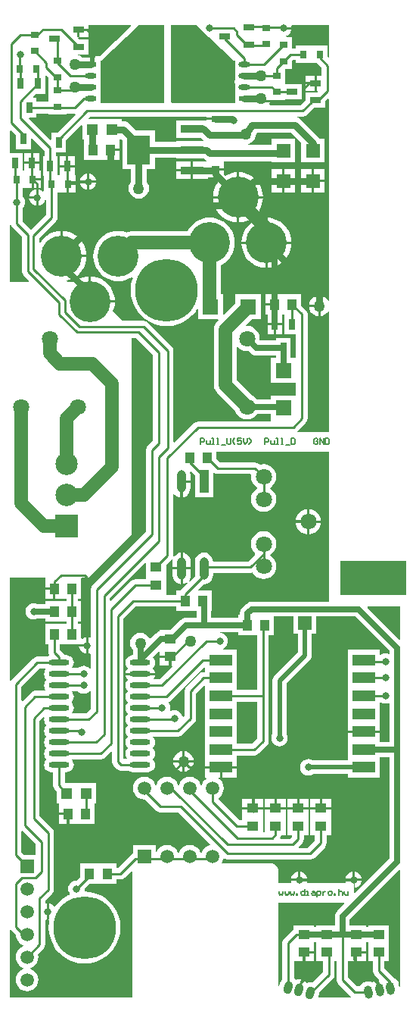
<source format=gtl>
%FSTAX24Y24*%
%MOIN*%
G70*
G01*
G75*
G04 Layer_Physical_Order=1*
G04 Layer_Color=255*
%ADD10O,0.0394X0.0984*%
%ADD11R,0.0394X0.0984*%
%ADD12R,0.0394X0.0512*%
%ADD13R,0.0709X0.0709*%
%ADD14R,0.0472X0.0512*%
%ADD15R,0.1004X0.0374*%
%ADD16R,0.1004X0.1299*%
%ADD17R,0.0512X0.0394*%
%ADD18R,0.0630X0.0630*%
%ADD19R,0.0374X0.0315*%
%ADD20R,0.0984X0.0512*%
%ADD21O,0.0906X0.0236*%
%ADD22R,0.0709X0.0709*%
%ADD23R,0.0256X0.0472*%
%ADD24R,0.1575X0.0866*%
%ADD25R,0.0512X0.0236*%
%ADD26O,0.0512X0.0236*%
%ADD27R,0.0315X0.0374*%
%ADD28R,0.0472X0.0256*%
%ADD29C,0.0100*%
%ADD30C,0.0300*%
%ADD31C,0.0250*%
%ADD32C,0.0600*%
%ADD33C,0.0200*%
%ADD34C,0.0080*%
%ADD35C,0.0060*%
%ADD36C,0.2756*%
%ADD37C,0.0709*%
%ADD38C,0.0984*%
%ADD39R,0.0984X0.0984*%
G04:AMPARAMS|DCode=40|XSize=37.4mil|YSize=57.1mil|CornerRadius=0mil|HoleSize=0mil|Usage=FLASHONLY|Rotation=345.000|XOffset=0mil|YOffset=0mil|HoleType=Round|Shape=Round|*
%AMOVALD40*
21,1,0.0197,0.0374,0.0000,0.0000,75.0*
1,1,0.0374,-0.0025,-0.0095*
1,1,0.0374,0.0025,0.0095*
%
%ADD40OVALD40*%

G04:AMPARAMS|DCode=41|XSize=37.4mil|YSize=57.1mil|CornerRadius=0mil|HoleSize=0mil|Usage=FLASHONLY|Rotation=10.000|XOffset=0mil|YOffset=0mil|HoleType=Round|Shape=Round|*
%AMOVALD41*
21,1,0.0197,0.0374,0.0000,0.0000,100.0*
1,1,0.0374,0.0017,-0.0097*
1,1,0.0374,-0.0017,0.0097*
%
%ADD41OVALD41*%

%ADD42R,0.0591X0.0591*%
%ADD43C,0.0591*%
%ADD44R,0.0591X0.0591*%
%ADD45C,0.1800*%
%ADD46C,0.0320*%
%ADD47C,0.0500*%
G36*
X186727Y14905D02*
X186696Y14901D01*
X186664Y148933D01*
X186653Y14885D01*
X186664Y148767D01*
X186696Y14869D01*
X186747Y148623D01*
Y148577D01*
X186696Y14851D01*
X186664Y148433D01*
X186653Y14835D01*
X186664Y148267D01*
X186696Y14819D01*
X186727Y14815D01*
X186705Y148105D01*
X18625D01*
X186152Y148085D01*
X18607Y14803D01*
X185701Y147662D01*
X185655Y147681D01*
Y148294D01*
X186456Y149095D01*
X186705D01*
X186727Y14905D01*
D02*
G37*
G36*
X193758Y149132D02*
Y149006D01*
Y14893D01*
X193675D01*
X193577Y14891D01*
X193495Y148855D01*
X19292Y14828D01*
X192864Y148198D01*
X192845Y1481D01*
Y147006D01*
X1928Y146961D01*
X192753Y146977D01*
X192751Y146994D01*
X192714Y147082D01*
X192657Y147157D01*
X192582Y147214D01*
X192494Y147251D01*
X1924Y147263D01*
X192306Y147251D01*
X19226Y147232D01*
X192201Y147256D01*
X192213Y14735D01*
X192201Y147444D01*
X192164Y147532D01*
X192132Y147574D01*
X192148Y147615D01*
X19223Y14767D01*
X193712Y149152D01*
X193758Y149132D01*
D02*
G37*
G36*
X195209Y150544D02*
X196045D01*
Y148142D01*
X195143D01*
Y148219D01*
Y149006D01*
Y149918D01*
X194547D01*
X194537Y149967D01*
X194582Y149986D01*
X194657Y150043D01*
X194714Y150118D01*
X194751Y150206D01*
X194763Y1503D01*
X194751Y150394D01*
X194714Y150482D01*
X194657Y150557D01*
X194582Y150614D01*
X194494Y150651D01*
X1944Y150663D01*
X194409Y150672D01*
X195209D01*
Y150544D01*
D02*
G37*
G36*
X188714Y14809D02*
Y147306D01*
X188513Y147105D01*
X187913D01*
X187891Y14715D01*
X187921Y14719D01*
X187953Y147267D01*
X187964Y14735D01*
X187953Y147433D01*
X187921Y14751D01*
X18787Y147577D01*
Y147623D01*
X187921Y14769D01*
X187953Y147767D01*
X187964Y14785D01*
X187953Y147933D01*
X187921Y14801D01*
X18787Y148077D01*
X187876Y148095D01*
X188142D01*
X188143Y148093D01*
X188218Y148036D01*
X188306Y147999D01*
X1884Y147987D01*
X188494Y147999D01*
X188582Y148036D01*
X188657Y148093D01*
X188666Y148106D01*
X188714Y14809D01*
D02*
G37*
G36*
X185422Y172517D02*
Y171936D01*
X186078D01*
Y172396D01*
X186124Y172415D01*
X186671Y171868D01*
Y171614D01*
X186598D01*
Y170741D01*
X186638D01*
Y170089D01*
X186593Y170067D01*
X186532Y170114D01*
X186444Y170151D01*
X1864Y170157D01*
Y1698D01*
Y169443D01*
X186444Y169449D01*
X186532Y169486D01*
X186607Y169543D01*
X186664Y169618D01*
X186692Y169684D01*
X186741Y169675D01*
Y169041D01*
X18608Y16838D01*
X185701Y16876D01*
Y169338D01*
X185707Y169343D01*
X185764Y169418D01*
X185801Y169506D01*
X185813Y1696D01*
X185801Y169694D01*
X185764Y169782D01*
X185707Y169857D01*
X185701Y169862D01*
Y170213D01*
X186104D01*
Y1706D01*
X186154D01*
Y17065D01*
X186512D01*
Y170987D01*
X186452D01*
Y171278D01*
X185796D01*
Y170987D01*
X185704D01*
Y171764D01*
X185155D01*
Y172719D01*
X185201Y172738D01*
X185422Y172517D01*
D02*
G37*
G36*
X186285Y141354D02*
Y140895D01*
X185765D01*
X185655Y141006D01*
Y141919D01*
X185701Y141938D01*
X186285Y141354D01*
D02*
G37*
G36*
X196045Y146006D02*
X19582Y14578D01*
X195143D01*
Y145857D01*
Y146644D01*
Y147431D01*
Y147633D01*
X196045D01*
Y146006D01*
D02*
G37*
G36*
X201872Y149864D02*
Y149763D01*
X201831Y149736D01*
X201794Y149751D01*
X2017Y149763D01*
X201606Y149751D01*
X201518Y149714D01*
X201487Y14969D01*
X201442Y149712D01*
Y149918D01*
X200057D01*
Y149006D01*
Y148219D01*
Y147431D01*
Y146644D01*
Y146363D01*
X201442D01*
Y146644D01*
Y147431D01*
Y147588D01*
X201487Y14761D01*
X201518Y147586D01*
X201606Y147549D01*
X2017Y147537D01*
X201794Y147549D01*
X201831Y147564D01*
X201872Y147537D01*
Y145853D01*
X201442D01*
Y145857D01*
Y146263D01*
X200057D01*
Y145857D01*
Y145069D01*
Y145053D01*
X198507D01*
X198492Y145064D01*
X198404Y145101D01*
X19831Y145113D01*
X198216Y145101D01*
X198128Y145064D01*
X198053Y145007D01*
X197996Y144932D01*
X197959Y144844D01*
X197947Y14475D01*
X197959Y144656D01*
X197996Y144568D01*
X198053Y144493D01*
X198128Y144436D01*
X198216Y144399D01*
X19831Y144387D01*
X198404Y144399D01*
X198492Y144436D01*
X198507Y144447D01*
X200057D01*
Y144282D01*
X201442D01*
Y145069D01*
Y145197D01*
X201872D01*
Y140736D01*
X200361Y139225D01*
X200315Y139244D01*
Y139439D01*
X200315Y139439D01*
Y139646D01*
X20025D01*
Y13975D01*
X199943D01*
X199949Y139706D01*
X199957Y139688D01*
X199929Y139646D01*
X198271D01*
X198243Y139688D01*
X198251Y139706D01*
X198257Y13975D01*
X197543D01*
X197549Y139706D01*
X197557Y139688D01*
X197529Y139646D01*
X196966D01*
Y140256D01*
X196947Y140353D01*
X196891Y140436D01*
X196809Y140491D01*
X196711Y14051D01*
X194519D01*
X194496Y140555D01*
X19451Y140573D01*
X19456Y140693D01*
X194562Y140713D01*
X194608Y140734D01*
X194645Y140709D01*
X194743Y14069D01*
X198384D01*
X198482Y140709D01*
X198564Y140764D01*
X198564Y140764D01*
X198564Y140764D01*
X19903Y14123D01*
X199086Y141313D01*
X199105Y14141D01*
X199105Y14141D01*
X199105Y14141D01*
Y14141D01*
Y141759D01*
X199306D01*
Y142547D01*
Y142894D01*
X198394D01*
Y142547D01*
Y141759D01*
X198595D01*
Y141516D01*
X198279Y141199D01*
X197884D01*
X197865Y141246D01*
X19803Y141411D01*
X198085Y141494D01*
X198105Y141591D01*
X198105Y141591D01*
X198105Y141591D01*
Y141591D01*
Y141759D01*
X198306D01*
Y142547D01*
Y142894D01*
X197394D01*
Y142547D01*
Y141759D01*
X197595D01*
Y141697D01*
X197491Y141593D01*
X197084D01*
X19706Y141637D01*
X197085Y141675D01*
X197088Y14169D01*
X197102Y141759D01*
X197306D01*
Y142547D01*
Y142894D01*
X196394D01*
Y142547D01*
Y141888D01*
X196306D01*
Y142547D01*
Y142894D01*
X195394D01*
Y142547D01*
Y142411D01*
X195258D01*
X194332Y143337D01*
Y143394D01*
X19443Y143469D01*
X19451Y143573D01*
X19456Y143693D01*
X194577Y143822D01*
X19456Y143952D01*
X19451Y144072D01*
X19443Y144176D01*
X194327Y144255D01*
X194332Y144282D01*
X1944D01*
Y144688D01*
X193758D01*
Y144282D01*
X193785D01*
X193801Y144235D01*
X193724Y144176D01*
X193645Y144072D01*
X193602Y14397D01*
X193552D01*
X19351Y144072D01*
X19343Y144176D01*
X193327Y144255D01*
X193206Y144305D01*
X193077Y144322D01*
X192948Y144305D01*
X192827Y144255D01*
X192724Y144176D01*
X192645Y144072D01*
X192602Y14397D01*
X192552D01*
X19251Y144072D01*
X19243Y144176D01*
X192327Y144255D01*
X192206Y144305D01*
X192077Y144322D01*
X191948Y144305D01*
X191827Y144255D01*
X191724Y144176D01*
X191645Y144072D01*
X191602Y14397D01*
X191552D01*
X19151Y144072D01*
X19143Y144176D01*
X191327Y144255D01*
X191206Y144305D01*
X191077Y144322D01*
X190948Y144305D01*
X190827Y144255D01*
X190724Y144176D01*
X190645Y144072D01*
X190595Y143952D01*
X190578Y143822D01*
X190595Y143693D01*
X190645Y143573D01*
X190724Y143469D01*
X190827Y14339D01*
X190948Y14334D01*
X191077Y143323D01*
X191113Y143328D01*
X19161Y142831D01*
X191692Y142776D01*
X19179Y142757D01*
X19257D01*
X193973Y141354D01*
X193957Y141306D01*
X193948Y141305D01*
X193827Y141255D01*
X193724Y141176D01*
X193645Y141072D01*
X193606Y140979D01*
X193548D01*
X19351Y141072D01*
X19343Y141176D01*
X193327Y141255D01*
X193206Y141305D01*
X193077Y141322D01*
X192948Y141305D01*
X192827Y141255D01*
X192724Y141176D01*
X192645Y141072D01*
X192606Y140979D01*
X192548D01*
X19251Y141072D01*
X19243Y141176D01*
X192327Y141255D01*
X192206Y141305D01*
X192077Y141322D01*
X191948Y141305D01*
X191827Y141255D01*
X191724Y141176D01*
X191645Y141072D01*
X191621Y141017D01*
X191572Y141026D01*
Y141318D01*
X190582D01*
Y140957D01*
X190503Y140904D01*
X189914Y140315D01*
X189831D01*
Y140516D01*
X188249D01*
Y13993D01*
X188082Y139763D01*
X18808Y139763D01*
X187986Y139751D01*
X187898Y139714D01*
X187823Y139657D01*
X187766Y139582D01*
X187729Y139494D01*
X187717Y1394D01*
X187729Y139306D01*
X187766Y139218D01*
X187796Y139179D01*
X187783Y139131D01*
X187725Y139107D01*
X187513Y138977D01*
X187324Y138816D01*
X187163Y138627D01*
X187158Y138619D01*
X187108Y138616D01*
X187077Y138657D01*
X187002Y138714D01*
X186914Y138751D01*
X18687Y138757D01*
Y1384D01*
Y138043D01*
X186861Y138042D01*
X186895Y138005D01*
X18688Y137944D01*
X18686Y137696D01*
X18688Y137449D01*
X186938Y137207D01*
X187033Y136978D01*
X187163Y136766D01*
X187324Y136577D01*
X187513Y136416D01*
X187725Y136286D01*
X187954Y136191D01*
X188196Y136133D01*
X188443Y136114D01*
X188691Y136133D01*
X188932Y136191D01*
X189162Y136286D01*
X189374Y136416D01*
X189563Y136577D01*
X189724Y136766D01*
X189854Y136978D01*
X189949Y137207D01*
X190007Y137449D01*
X190026Y137696D01*
X190007Y137944D01*
X189949Y138186D01*
X189854Y138415D01*
X189724Y138627D01*
X189563Y138816D01*
X189374Y138977D01*
X189162Y139107D01*
X188932Y139202D01*
X188691Y13926D01*
X188443Y139279D01*
X188428Y1393D01*
X188431Y139306D01*
X188443Y1394D01*
X188443Y139402D01*
X188645Y139604D01*
X189831D01*
Y139805D01*
X190019D01*
X190117Y139825D01*
X1902Y13988D01*
X190504Y140184D01*
X190551Y140165D01*
Y134605D01*
X185155D01*
Y137573D01*
X185203Y137588D01*
X185224Y137555D01*
X185404Y137376D01*
X185417Y137271D01*
X185467Y13715D01*
X185547Y137047D01*
X18565Y136967D01*
X185753Y136925D01*
Y136875D01*
X18565Y136833D01*
X185547Y136753D01*
X185467Y13665D01*
X185417Y136529D01*
X1854Y1364D01*
X185417Y136271D01*
X185467Y13615D01*
X185547Y136047D01*
X18565Y135967D01*
X185753Y135925D01*
Y135875D01*
X18565Y135833D01*
X185547Y135753D01*
X185467Y13565D01*
X185417Y135529D01*
X1854Y1354D01*
X185417Y135271D01*
X185467Y13515D01*
X185547Y135047D01*
X18565Y134967D01*
X185771Y134917D01*
X1859Y1349D01*
X186029Y134917D01*
X18615Y134967D01*
X186253Y135047D01*
X186333Y13515D01*
X186383Y135271D01*
X1864Y1354D01*
X186383Y135529D01*
X186333Y13565D01*
X186253Y135753D01*
X18615Y135833D01*
X186047Y135875D01*
Y135925D01*
X18615Y135967D01*
X186253Y136047D01*
X186333Y13615D01*
X186383Y136271D01*
X1864Y1364D01*
X186383Y136523D01*
X18664Y13678D01*
X186695Y136862D01*
X186715Y13696D01*
Y138013D01*
X186752Y138046D01*
X18677Y138043D01*
Y1384D01*
Y138757D01*
X186752Y138754D01*
X186715Y138787D01*
Y138894D01*
X18701Y13919D01*
X187066Y139272D01*
X187085Y13937D01*
Y14187D01*
X187066Y141968D01*
X18701Y14205D01*
X186455Y142606D01*
Y146794D01*
X186623Y146963D01*
X186665Y146935D01*
X186664Y146933D01*
X186653Y14685D01*
X186664Y146767D01*
X186696Y14669D01*
X186747Y146623D01*
Y146577D01*
X186696Y14651D01*
X186664Y146433D01*
X186653Y14635D01*
X186664Y146267D01*
X186696Y14619D01*
X186747Y146123D01*
Y146077D01*
X186696Y14601D01*
X186664Y145933D01*
X186653Y14585D01*
X186664Y145767D01*
X186696Y14569D01*
X186747Y145623D01*
Y145577D01*
X186696Y14551D01*
X186664Y145433D01*
X186653Y14535D01*
X186664Y145267D01*
X186696Y14519D01*
X186747Y145123D01*
Y145077D01*
X186696Y14501D01*
X186664Y144933D01*
X186653Y14485D01*
X186664Y144767D01*
X186696Y14469D01*
X186747Y144623D01*
X186814Y144572D01*
X186891Y14454D01*
X186974Y144529D01*
X187054D01*
Y143952D01*
X187073Y143854D01*
X187128Y143772D01*
X187224Y143676D01*
Y143144D01*
X187309D01*
Y14275D01*
X187706D01*
Y1427D01*
X187756D01*
Y142244D01*
X188891D01*
Y143144D01*
X188963D01*
Y144056D01*
X187565D01*
X187564Y144058D01*
Y144529D01*
X187643D01*
X187726Y14454D01*
X187804Y144572D01*
X18787Y144623D01*
X187921Y14469D01*
X187953Y144767D01*
X187964Y14485D01*
X187953Y144933D01*
X187921Y14501D01*
X18787Y145077D01*
X187876Y145095D01*
X18915D01*
X189248Y145115D01*
X18933Y14517D01*
X18933Y14517D01*
X18933Y14517D01*
X189599Y145438D01*
X189645Y145419D01*
Y145D01*
X189645Y145D01*
X189645D01*
X189664Y144902D01*
X18972Y14482D01*
X18987Y14467D01*
X189952Y144615D01*
X19005Y144595D01*
X190366D01*
X190396Y144572D01*
X190474Y14454D01*
X190557Y144529D01*
X191226D01*
X191309Y14454D01*
X191386Y144572D01*
X191453Y144623D01*
X191504Y14469D01*
X191536Y144767D01*
X191547Y14485D01*
X191536Y144933D01*
X191504Y14501D01*
X191453Y145077D01*
Y145123D01*
X191504Y14519D01*
X191536Y145267D01*
X191547Y14535D01*
X191536Y145433D01*
X191504Y14551D01*
X191453Y145577D01*
Y145623D01*
X191504Y14569D01*
X191536Y145767D01*
X191547Y14585D01*
X191536Y145933D01*
X191504Y14601D01*
X191453Y146077D01*
X191459Y146095D01*
X19255D01*
X192648Y146115D01*
X19273Y14617D01*
X19328Y14672D01*
X193335Y146802D01*
X193355Y1469D01*
Y147994D01*
X193712Y148352D01*
X193758Y148332D01*
Y148219D01*
Y147431D01*
Y146644D01*
Y145857D01*
Y145069D01*
Y144788D01*
X195143D01*
Y145069D01*
Y14527D01*
X195925D01*
X196023Y14529D01*
X196105Y145345D01*
X196105Y145345D01*
X196105Y145345D01*
X19648Y14572D01*
X196535Y145802D01*
X196555Y1459D01*
X196555Y1459D01*
X196555Y1459D01*
Y1459D01*
Y150544D01*
X196791D01*
Y151372D01*
X197645D01*
Y150605D01*
X197837D01*
Y149795D01*
X196816Y148774D01*
X196768Y148711D01*
X196759Y14869D01*
X196738Y148638D01*
X196727Y14856D01*
Y146227D01*
X196716Y146212D01*
X196679Y146124D01*
X196667Y14603D01*
X196679Y145936D01*
X196716Y145848D01*
X196773Y145773D01*
X196848Y145716D01*
X196936Y145679D01*
X19703Y145667D01*
X197124Y145679D01*
X197212Y145716D01*
X197287Y145773D01*
X197344Y145848D01*
X197381Y145936D01*
X197393Y14603D01*
X197381Y146124D01*
X197344Y146212D01*
X197333Y146227D01*
Y148435D01*
X198354Y149456D01*
X198402Y149519D01*
X198432Y149592D01*
X198443Y14967D01*
X198443Y14967D01*
X198443Y14967D01*
Y14967D01*
Y150605D01*
X198635D01*
Y151372D01*
X200364D01*
X201872Y149864D01*
D02*
G37*
G36*
X18521Y168557D02*
X185265Y168474D01*
X185685Y168054D01*
Y16656D01*
X185685Y16656D01*
X185685D01*
X185704Y166462D01*
X18576Y16638D01*
X185993Y166146D01*
X185974Y1661D01*
X185155D01*
Y16858D01*
X185205Y168585D01*
X18521Y168557D01*
D02*
G37*
G36*
X195205Y163205D02*
X19532Y163116D01*
X195455Y16306D01*
X1956Y163041D01*
X195684Y163052D01*
X195791Y162946D01*
X195859Y162894D01*
X195938Y162861D01*
X196022Y16285D01*
X196872D01*
Y162754D01*
X196646D01*
Y161646D01*
X197754D01*
D01*
X197754D01*
X197755Y161645D01*
Y161101D01*
X197754D01*
Y161101D01*
X196646D01*
Y160928D01*
X196047D01*
X195995Y160995D01*
X19588Y161084D01*
X195793Y16112D01*
X195139Y161774D01*
Y163212D01*
X195187Y163228D01*
X195205Y163205D01*
D02*
G37*
G36*
X191134Y153708D02*
Y153157D01*
Y153021D01*
X190666D01*
X190569Y153002D01*
X190486Y152947D01*
X189601Y152062D01*
X189555Y152081D01*
Y152194D01*
X191088Y153727D01*
X191134Y153708D01*
D02*
G37*
G36*
X202617Y152321D02*
X199722D01*
Y153248D01*
X199722Y153248D01*
X199722Y153248D01*
Y153248D01*
Y153835D01*
X202617D01*
Y152321D01*
D02*
G37*
G36*
X199212Y153248D02*
X199212Y153248D01*
X199212D01*
Y152067D01*
D01*
X199212Y152067D01*
X199212Y152066D01*
X19918Y152028D01*
X1958D01*
X195715Y152017D01*
X195659Y151993D01*
X195636Y151984D01*
X195607Y151961D01*
X195568Y151932D01*
X195375Y151738D01*
X195322Y15167D01*
X195306Y151631D01*
X19529Y151591D01*
X195284Y151549D01*
X195278Y151506D01*
Y151456D01*
X195209D01*
Y151328D01*
X194028D01*
Y151611D01*
X194057D01*
Y152522D01*
X193459D01*
X19344Y152569D01*
X19367Y152799D01*
X193702Y152795D01*
X193806Y152809D01*
X193902Y152849D01*
X193985Y152912D01*
X194049Y152995D01*
X194089Y153092D01*
X194102Y153195D01*
Y153288D01*
X195763D01*
X195846Y153305D01*
X195847Y153302D01*
X195936Y153186D01*
X196052Y153097D01*
X196187Y153041D01*
X196332Y153022D01*
X196476Y153041D01*
X196611Y153097D01*
X196727Y153186D01*
X196816Y153302D01*
X196872Y153437D01*
X196891Y153581D01*
X196872Y153726D01*
X196816Y153861D01*
X196727Y153977D01*
X196611Y154066D01*
Y154082D01*
X196727Y15417D01*
X196816Y154286D01*
X196872Y154421D01*
X196891Y154566D01*
X196872Y15471D01*
X196816Y154845D01*
X196727Y154961D01*
X196611Y15505D01*
X196476Y155106D01*
X196332Y155125D01*
X196187Y155106D01*
X196052Y15505D01*
X195936Y154961D01*
X195847Y154845D01*
X195791Y15471D01*
X195772Y154566D01*
X195791Y154421D01*
X195847Y154286D01*
X195936Y15417D01*
X195959Y154153D01*
X195962Y154103D01*
X195657Y153798D01*
X194101D01*
X194089Y153889D01*
X194049Y153986D01*
X193985Y154069D01*
X193902Y154132D01*
X193806Y154172D01*
X193702Y154186D01*
X193598Y154172D01*
X193502Y154132D01*
X193419Y154069D01*
X193355Y153986D01*
X193315Y153889D01*
X193302Y153786D01*
Y153195D01*
X193307Y153157D01*
X193068Y152918D01*
X19303Y152951D01*
X193064Y152995D01*
X193104Y153092D01*
X193118Y153195D01*
Y153441D01*
X192768D01*
Y152802D01*
X192821Y152809D01*
X192918Y152849D01*
X192962Y152883D01*
X192995Y152845D01*
X192692Y152542D01*
X192679Y152522D01*
X192476D01*
Y152321D01*
X192046D01*
Y152369D01*
X192046D01*
Y153157D01*
Y153649D01*
X19227Y153873D01*
X192282Y153891D01*
X192329Y153874D01*
X192317Y153786D01*
Y153541D01*
X192668D01*
Y15418D01*
X192614Y154172D01*
X192518Y154132D01*
X192435Y154069D01*
X192385Y154004D01*
X192339Y154024D01*
X192345Y154054D01*
Y156745D01*
X192392Y156761D01*
X192415Y156731D01*
X192498Y156668D01*
X192594Y156628D01*
X192648Y15662D01*
Y15731D01*
X192698D01*
Y157359D01*
X193098D01*
Y157605D01*
X193085Y157708D01*
X193074Y157735D01*
X193115Y157762D01*
X193305Y157573D01*
Y156617D01*
X194099D01*
Y157696D01*
X194143Y157719D01*
X194225Y157665D01*
X194322Y157645D01*
X195751D01*
X195784Y157608D01*
X195772Y157519D01*
X195791Y157374D01*
X195847Y157239D01*
X195936Y157123D01*
X19603Y157051D01*
Y157001D01*
X195936Y15693D01*
X195847Y156814D01*
X195791Y156679D01*
X195772Y156534D01*
X195791Y15639D01*
X195847Y156255D01*
X195936Y156139D01*
X196052Y15605D01*
X196187Y155994D01*
X196332Y155975D01*
X196476Y155994D01*
X196611Y15605D01*
X196727Y156139D01*
X196816Y156255D01*
X196872Y15639D01*
X196891Y156534D01*
X196872Y156679D01*
X196816Y156814D01*
X196727Y15693D01*
X196611Y157018D01*
Y157034D01*
X196727Y157123D01*
X196816Y157239D01*
X196872Y157374D01*
X196891Y157519D01*
X196872Y157663D01*
X196816Y157798D01*
X196727Y157914D01*
X196611Y158003D01*
X196476Y158059D01*
X196332Y158078D01*
X196187Y158059D01*
X196162Y158048D01*
X19613Y15808D01*
X196048Y158135D01*
X19595Y158155D01*
X194428D01*
X194254Y158329D01*
Y158635D01*
X199212D01*
Y153248D01*
D02*
G37*
G36*
X192476Y151611D02*
X193372D01*
Y151328D01*
X1929D01*
X192858Y151322D01*
X192815Y151317D01*
X192776Y1513D01*
X192736Y151284D01*
X192698Y151254D01*
X192668Y151232D01*
X192227Y150791D01*
X191744D01*
Y15072D01*
X191715Y150717D01*
X191636Y150684D01*
X191598Y150654D01*
X191568Y150632D01*
X191345Y150409D01*
X191296Y150419D01*
X191293Y150427D01*
X191221Y150521D01*
X191127Y150593D01*
X191017Y150638D01*
X1909Y150654D01*
X190783Y150638D01*
X190673Y150593D01*
X190579Y150521D01*
X190507Y150427D01*
X190462Y150317D01*
X190446Y1502D01*
X190462Y150083D01*
X190507Y149973D01*
X190572Y149888D01*
Y149671D01*
X190557D01*
X190474Y14966D01*
X190396Y149628D01*
X19033Y149577D01*
X190279Y14951D01*
X190247Y149433D01*
X190236Y14935D01*
X190247Y149267D01*
X190279Y14919D01*
X19033Y149123D01*
Y149077D01*
X190279Y14901D01*
X190247Y148933D01*
X190242Y1489D01*
X19154D01*
X191536Y148933D01*
X191504Y14901D01*
X191453Y149077D01*
Y149123D01*
X191504Y14919D01*
X191536Y149267D01*
X191547Y14935D01*
X191536Y149433D01*
X191504Y14951D01*
X191453Y149577D01*
X191452Y149589D01*
X191698Y149834D01*
X191744Y149815D01*
Y149656D01*
X1922D01*
Y149606D01*
X19225D01*
Y149209D01*
X192284D01*
X192303Y149163D01*
X191744Y148605D01*
X191495D01*
X191473Y14865D01*
X191504Y14869D01*
X191536Y148767D01*
X19154Y1488D01*
X190242D01*
X190247Y148767D01*
X190279Y14869D01*
X19033Y148623D01*
Y148577D01*
X190279Y14851D01*
X190247Y148433D01*
X190236Y14835D01*
X190247Y148267D01*
X190279Y14819D01*
X19033Y148123D01*
Y148077D01*
X190279Y14801D01*
X190247Y147933D01*
X190236Y14785D01*
X190247Y147767D01*
X190279Y14769D01*
X19033Y147623D01*
Y147577D01*
X190279Y14751D01*
X190247Y147433D01*
X190236Y14735D01*
X190247Y147267D01*
X190279Y14719D01*
X19033Y147123D01*
Y147077D01*
X190279Y14701D01*
X190247Y146933D01*
X190236Y14685D01*
X190247Y146767D01*
X190279Y14669D01*
X19033Y146623D01*
Y146577D01*
X190279Y14651D01*
X190247Y146433D01*
X190236Y14635D01*
X190247Y146267D01*
X190279Y14619D01*
X19033Y146123D01*
Y146077D01*
X190279Y14601D01*
X190247Y145933D01*
X190236Y14585D01*
X190247Y145767D01*
X190279Y14569D01*
X19033Y145623D01*
Y145577D01*
X190279Y14551D01*
X190247Y145433D01*
X190236Y14535D01*
X190247Y145267D01*
X190279Y14519D01*
X190309Y14515D01*
X190287Y145105D01*
X190156D01*
X190155Y145106D01*
Y151294D01*
X190672Y151812D01*
X192476D01*
Y151611D01*
D02*
G37*
G36*
X202362Y150367D02*
X202315Y150348D01*
X200898Y151765D01*
X200917Y151812D01*
X202362D01*
Y150367D01*
D02*
G37*
G36*
X186709Y153056D02*
X186709D01*
Y15265D01*
X187106D01*
Y1526D01*
X187156D01*
Y152144D01*
X187639D01*
Y152056D01*
X186709D01*
Y151928D01*
X186349D01*
X186294Y151951D01*
X1862Y151963D01*
X186106Y151951D01*
X186018Y151914D01*
X185943Y151857D01*
X185886Y151782D01*
X185849Y151694D01*
X185837Y1516D01*
X185849Y151506D01*
X185886Y151418D01*
X185943Y151343D01*
X186018Y151286D01*
X186106Y151249D01*
X1862Y151237D01*
X186294Y151249D01*
X186349Y151272D01*
X186709D01*
Y151144D01*
X187639D01*
Y151056D01*
X186709D01*
Y150144D01*
X186851D01*
Y149794D01*
X186851Y149794D01*
X186851D01*
X186871Y149696D01*
X186872Y149694D01*
X186858Y149646D01*
X186814Y149628D01*
X186784Y149605D01*
X18635D01*
X186252Y149585D01*
X18617Y14953D01*
X18522Y14858D01*
X185203Y148555D01*
X185155Y148569D01*
Y1531D01*
X186709D01*
Y153056D01*
D02*
G37*
G36*
X191445Y162884D02*
Y159106D01*
X19122Y15888D01*
X191164Y158798D01*
X191145Y1587D01*
Y155106D01*
X188788Y152749D01*
X188733Y152666D01*
X188714Y152569D01*
Y150467D01*
X188672Y150439D01*
X188644Y150451D01*
X1886Y150457D01*
Y1501D01*
Y149743D01*
X188644Y149749D01*
X188672Y149761D01*
X188714Y149733D01*
Y14911D01*
X188666Y149094D01*
X188657Y149107D01*
X188582Y149164D01*
X188494Y149201D01*
X1884Y149213D01*
X188306Y149201D01*
X188218Y149164D01*
X188143Y149107D01*
X188142Y149105D01*
X187913D01*
X187891Y14915D01*
X187921Y14919D01*
X187953Y149267D01*
X187964Y14935D01*
X187953Y149433D01*
X187921Y14951D01*
X18787Y149577D01*
X187804Y149628D01*
X187726Y14966D01*
X187643Y149671D01*
X187548D01*
X187544Y149689D01*
X187489Y149772D01*
X187361Y149899D01*
Y150144D01*
X188155D01*
X188188Y150107D01*
X188193Y150144D01*
X188291D01*
Y15015D01*
X1885D01*
Y150457D01*
X188456Y150451D01*
X188368Y150414D01*
X188335Y150389D01*
X188291Y150411D01*
Y151056D01*
X188149D01*
Y151144D01*
X188291D01*
Y152056D01*
X188149D01*
Y152144D01*
X188291D01*
Y153056D01*
X188291D01*
Y153065D01*
X188326Y1531D01*
X1886D01*
X1905Y155D01*
Y16362D01*
X19071D01*
X191445Y162884D01*
D02*
G37*
G36*
X199883Y138747D02*
X199568Y138432D01*
X199516Y138364D01*
X1995Y138324D01*
X199483Y138285D01*
X199478Y138242D01*
X199472Y1382D01*
Y137791D01*
X198644D01*
Y137722D01*
X198556D01*
Y137791D01*
X197644D01*
Y137594D01*
X197613Y137574D01*
X197229Y137189D01*
X197174Y137107D01*
X197154Y137009D01*
Y135432D01*
X197097Y135357D01*
X197058Y135263D01*
X197015Y135106D01*
X196966Y135112D01*
Y138793D01*
X199864D01*
X199883Y138747D01*
D02*
G37*
G36*
X197738Y175713D02*
X198677D01*
X198895Y175494D01*
Y175152D01*
X198672D01*
Y174824D01*
Y174496D01*
X19872D01*
X198739Y17445D01*
X198693Y174404D01*
X198186D01*
Y174097D01*
X197956Y173867D01*
X196606D01*
X196584Y173912D01*
X196593Y173923D01*
X196638Y174033D01*
X196646Y174088D01*
X197287D01*
Y174122D01*
X198014D01*
Y174778D01*
X197287D01*
Y174797D01*
Y175438D01*
X197587D01*
Y175822D01*
X19761Y175845D01*
X197738D01*
Y175713D01*
D02*
G37*
G36*
X19505Y1758D02*
Y17395D01*
X1923D01*
X19225Y174D01*
Y1774D01*
X19335D01*
X19505Y1758D01*
D02*
G37*
G36*
X19195Y174D02*
X1919Y17395D01*
X18915D01*
Y1758D01*
X19085Y1774D01*
X19195D01*
Y174D01*
D02*
G37*
G36*
X193813Y173304D02*
X1942D01*
Y173204D01*
X193813D01*
Y173193D01*
X192469D01*
Y172418D01*
X193582D01*
X193668Y172333D01*
X193648Y172287D01*
X192469D01*
Y172253D01*
X191531D01*
Y17275D01*
X1907D01*
X1904Y17305D01*
X190327Y173106D01*
X190241Y173141D01*
X19015Y173153D01*
X190076D01*
Y173256D01*
X188632D01*
X188613Y173302D01*
X188667Y173357D01*
X193813D01*
Y173304D01*
D02*
G37*
G36*
X198644Y136997D02*
Y136209D01*
X198945D01*
Y135738D01*
X198488Y135282D01*
X198401Y135293D01*
X1983Y13528D01*
X198236Y135254D01*
X198194Y135308D01*
X198113Y135371D01*
X198065Y13539D01*
X19794Y134924D01*
X197844Y13495D01*
X197969Y135416D01*
X197918Y135423D01*
X197817Y13541D01*
X197753Y135383D01*
X197711Y135438D01*
X197664Y135474D01*
Y136209D01*
X19805D01*
Y136606D01*
X1981D01*
Y136656D01*
X198556D01*
Y136997D01*
Y137066D01*
X198644D01*
Y136997D01*
D02*
G37*
G36*
X188045Y173455D02*
X187248Y172659D01*
X186972D01*
Y172354D01*
X186926Y172335D01*
X185982Y173279D01*
X186001Y173325D01*
X186326D01*
Y173495D01*
X186863D01*
Y173438D01*
X187637D01*
Y173495D01*
X188D01*
X188021Y173499D01*
X188045Y173455D01*
D02*
G37*
G36*
X199212Y174136D02*
Y165284D01*
X199165Y165268D01*
X199101Y165351D01*
X199007Y165423D01*
X198897Y165468D01*
X19883Y165477D01*
Y16503D01*
Y164583D01*
X198897Y164592D01*
X199007Y164637D01*
X199101Y164709D01*
X199165Y164792D01*
X199212Y164776D01*
Y159486D01*
X197842D01*
X197823Y159532D01*
X19819Y1599D01*
X198246Y159982D01*
X198265Y16008D01*
Y164677D01*
X198246Y164775D01*
X19819Y164858D01*
X197991Y165057D01*
Y165556D01*
X196856D01*
Y1651D01*
X196806D01*
Y16505D01*
X196409D01*
Y164644D01*
X196498D01*
Y164272D01*
X197154D01*
Y164644D01*
X197246D01*
Y163786D01*
X197755D01*
Y162754D01*
X197754D01*
Y162754D01*
X197528D01*
Y163614D01*
X196872D01*
Y163505D01*
X196185D01*
X196152Y163543D01*
X196159Y1636D01*
X19614Y163745D01*
X196084Y16388D01*
X195995Y163995D01*
X19588Y164084D01*
X195745Y16414D01*
X1956Y164159D01*
X19558Y164157D01*
X195558Y164201D01*
X195802Y164446D01*
X196198D01*
Y165554D01*
X195089D01*
Y165159D01*
X194591Y16466D01*
X194544Y164679D01*
Y165554D01*
X194459D01*
Y166833D01*
X194604Y166922D01*
X194735Y167034D01*
X194848Y167166D01*
X194938Y167314D01*
X195005Y167474D01*
X195045Y167642D01*
X195059Y167815D01*
X195045Y167987D01*
X195005Y168156D01*
X194938Y168316D01*
X194848Y168463D01*
X194735Y168595D01*
X194604Y168707D01*
X194456Y168798D01*
X194296Y168864D01*
X194128Y168904D01*
X193955Y168918D01*
X193783Y168904D01*
X193614Y168864D01*
X193454Y168798D01*
X193307Y168707D01*
X193175Y168595D01*
X193062Y168463D01*
X192974Y168319D01*
X190517D01*
X190386Y168302D01*
X190351Y168287D01*
X190293Y168263D01*
X190268Y168274D01*
X190099Y168314D01*
X189927Y168328D01*
X189754Y168314D01*
X189586Y168274D01*
X189426Y168208D01*
X189278Y168117D01*
X189146Y168005D01*
X189034Y167873D01*
X188943Y167725D01*
X188877Y167565D01*
X188837Y167397D01*
X188823Y167224D01*
X188837Y167052D01*
X188877Y166883D01*
X188943Y166723D01*
X189034Y166576D01*
X189146Y166444D01*
X189278Y166332D01*
X189426Y166241D01*
X189586Y166175D01*
X189754Y166135D01*
X189927Y166121D01*
X190099Y166135D01*
X190268Y166175D01*
X190427Y166241D01*
X190528Y166303D01*
X190566Y16627D01*
X190545Y166219D01*
X190487Y165978D01*
X190467Y16573D01*
X190487Y165482D01*
X190545Y165241D01*
X19064Y165011D01*
X190769Y1648D01*
X190931Y164611D01*
X19112Y164449D01*
X191331Y16432D01*
X191561Y164225D01*
X191802Y164167D01*
X19205Y164147D01*
X192298Y164167D01*
X192539Y164225D01*
X192769Y16432D01*
X19298Y164449D01*
X193169Y164611D01*
X193331Y1648D01*
X193388Y164893D01*
X193436Y164879D01*
Y164446D01*
X194311D01*
X19433Y164399D01*
X194278Y164348D01*
X194198Y164244D01*
X194148Y164122D01*
X194131Y163991D01*
Y161565D01*
X194131Y161565D01*
X194131D01*
X194148Y161434D01*
X194198Y161313D01*
X194278Y161208D01*
X19508Y160407D01*
X195116Y16032D01*
X195205Y160205D01*
X19532Y160116D01*
X195455Y16006D01*
X1956Y160041D01*
X195745Y16006D01*
X19588Y160116D01*
X195995Y160205D01*
X196047Y160272D01*
X196646D01*
Y159992D01*
X196646D01*
Y15999D01*
X19661Y159955D01*
X19343D01*
X193332Y159935D01*
X19325Y15988D01*
X192401Y159032D01*
X192355Y159051D01*
Y16306D01*
X192335Y163158D01*
X19228Y16324D01*
X191216Y164305D01*
X191133Y16436D01*
X191036Y164379D01*
X190121D01*
X189694Y164806D01*
X189726Y164883D01*
X189766Y165052D01*
X189776Y165174D01*
X189326D01*
X189226Y165274D01*
X189776D01*
X189766Y165397D01*
X189726Y165565D01*
X18966Y165725D01*
X189569Y165873D01*
X189457Y166005D01*
X189325Y166117D01*
X189177Y166208D01*
X189018Y166274D01*
X188849Y166314D01*
X188727Y166324D01*
Y165773D01*
X188627Y165873D01*
Y166324D01*
X188504Y166314D01*
X188336Y166274D01*
X188176Y166208D01*
X188028Y166117D01*
X188008Y1661D01*
X187668D01*
X187662Y16615D01*
X187768Y166175D01*
X187927Y166241D01*
X188075Y166332D01*
X188207Y166444D01*
X188319Y166576D01*
X18841Y166723D01*
X188476Y166883D01*
X188516Y167052D01*
X188526Y167174D01*
X187426D01*
Y167224D01*
X187377D01*
Y168324D01*
X187254Y168314D01*
X187086Y168274D01*
X186926Y168208D01*
X186778Y168117D01*
X186646Y168005D01*
X186534Y167873D01*
X186493Y167806D01*
X186445Y16782D01*
Y168024D01*
X187176Y168755D01*
X187231Y168838D01*
X187251Y168936D01*
X187251Y168936D01*
X187251Y168936D01*
Y168936D01*
Y170013D01*
X187654D01*
Y1704D01*
X187704D01*
Y17045D01*
X188062D01*
Y170787D01*
X188002D01*
Y171128D01*
X187346D01*
Y170787D01*
X187254D01*
Y171614D01*
X187181D01*
Y171786D01*
X187628D01*
Y172317D01*
X188291Y17298D01*
X188337Y172961D01*
Y172344D01*
X188409D01*
Y171444D01*
X189544D01*
Y1719D01*
X189594D01*
Y17195D01*
X189991D01*
Y172344D01*
X190076D01*
X190076Y172344D01*
Y172344D01*
X190085Y172348D01*
X190127Y17232D01*
Y17105D01*
X190476D01*
Y170479D01*
X190436Y170427D01*
X19039Y170317D01*
X190375Y1702D01*
X19039Y170083D01*
X190436Y169973D01*
X190508Y169879D01*
X190602Y169807D01*
X190711Y169762D01*
X190829Y169746D01*
X190946Y169762D01*
X191056Y169807D01*
X19115Y169879D01*
X191222Y169973D01*
X191267Y170083D01*
X191283Y1702D01*
X191267Y170317D01*
X191222Y170427D01*
X191182Y170479D01*
Y17105D01*
X191531D01*
Y171547D01*
X192469D01*
Y171513D01*
X193688D01*
X193696Y171505D01*
X193769Y171449D01*
X193813Y171431D01*
X193803Y171381D01*
X193221D01*
Y170994D01*
Y170607D01*
X193873D01*
Y170688D01*
X19415D01*
Y171046D01*
X1942D01*
Y171096D01*
X194587D01*
Y171397D01*
Y171401D01*
X196685D01*
Y171354D01*
X197715D01*
Y172384D01*
X196685D01*
Y172107D01*
X195638D01*
X195635Y172157D01*
X195667Y172162D01*
X195777Y172207D01*
X195871Y172279D01*
X195943Y172373D01*
X195988Y172483D01*
X196004Y1726D01*
X196003Y172609D01*
X196036Y172647D01*
X197554D01*
X197985Y172216D01*
Y171354D01*
X199015D01*
Y172384D01*
X1988D01*
X19875Y17245D01*
X19795Y17325D01*
X197877Y173306D01*
X197791Y173341D01*
X1977Y173353D01*
X197704Y173357D01*
X198062D01*
X198159Y173376D01*
X198242Y173432D01*
X198242Y173432D01*
X198242Y173432D01*
X198559Y173748D01*
X199059D01*
Y174048D01*
X199166Y174155D01*
X199212Y174136D01*
D02*
G37*
G36*
X186863Y175062D02*
Y174738D01*
Y174147D01*
Y174005D01*
X186326D01*
Y174197D01*
X186189D01*
X18617Y174244D01*
X186296Y17437D01*
X1867D01*
Y17516D01*
X186746Y175179D01*
X186863Y175062D01*
D02*
G37*
G36*
X199545Y1354D02*
X199564Y135302D01*
X19962Y13522D01*
X200169Y13467D01*
X200169D01*
X200169Y13467D01*
X200169Y13467D01*
Y13467D01*
X200196Y134653D01*
X200181Y134605D01*
X198766D01*
X198735Y134645D01*
X198778Y134802D01*
X198785Y134857D01*
X19938Y135453D01*
X199436Y135535D01*
X199455Y135633D01*
Y136209D01*
X199545D01*
Y1354D01*
D02*
G37*
G36*
X199212Y175964D02*
X199203Y17596D01*
X199162Y175988D01*
Y176487D01*
X197738D01*
Y176355D01*
X197587D01*
Y176862D01*
X197332D01*
X197322Y176911D01*
X197382Y176936D01*
X197457Y176993D01*
X197514Y177068D01*
X197551Y177156D01*
X197557Y1772D01*
X1972D01*
Y1773D01*
X197557D01*
X197551Y177344D01*
X197547Y177354D01*
X197575Y177395D01*
X199212D01*
Y175964D01*
D02*
G37*
G36*
X190498Y177349D02*
X1891Y176033D01*
X188913D01*
Y175968D01*
X188766D01*
Y17565D01*
X188666D01*
Y175968D01*
X188323D01*
X188321Y175971D01*
X188227Y176043D01*
X188117Y176088D01*
Y176088D01*
X188118Y176098D01*
X188609D01*
Y176754D01*
X188205D01*
X188159Y1768D01*
X188178Y176846D01*
X188122D01*
Y177174D01*
X188172D01*
Y177224D01*
X188609D01*
Y177395D01*
X190479D01*
X190498Y177349D01*
D02*
G37*
G36*
X202362Y140233D02*
Y135099D01*
X202312Y135094D01*
X202295Y135189D01*
X202265Y135286D01*
X20221Y135372D01*
X202135Y135441D01*
X202103Y135457D01*
X201655Y135906D01*
Y136209D01*
X201856D01*
Y136997D01*
Y137791D01*
X200944D01*
Y137722D01*
X200856D01*
Y137791D01*
X200128D01*
Y138064D01*
X202315Y140252D01*
X202362Y140233D01*
D02*
G37*
G36*
X200944Y136997D02*
Y136209D01*
X201145D01*
Y1358D01*
X201145Y1358D01*
X201145D01*
X201164Y135702D01*
X20122Y13562D01*
X201374Y135466D01*
X201356Y135419D01*
X201401Y135421D01*
X201485Y134946D01*
X201386Y134929D01*
X201302Y135404D01*
X201253Y135388D01*
X201167Y135333D01*
X201121Y135282D01*
X201059Y135314D01*
X20096Y135336D01*
X200858Y135332D01*
X200761Y135301D01*
X200675Y135247D01*
X200606Y135171D01*
X200572Y135105D01*
X200455D01*
X200055Y135506D01*
Y136209D01*
X20035D01*
Y136606D01*
X2004D01*
Y136656D01*
X200856D01*
Y136997D01*
Y137066D01*
X200944D01*
Y136997D01*
D02*
G37*
%LPC*%
G36*
X192668Y153441D02*
X192317D01*
Y153195D01*
X192331Y153092D01*
X192371Y152995D01*
X192435Y152912D01*
X192518Y152849D01*
X192614Y152809D01*
X192668Y152802D01*
Y153441D01*
D02*
G37*
G36*
X198556Y136556D02*
X19815D01*
Y136209D01*
X198556D01*
Y136556D01*
D02*
G37*
G36*
X192768Y15418D02*
Y153541D01*
X193118D01*
Y153786D01*
X193104Y153889D01*
X193064Y153986D01*
X193001Y154069D01*
X192918Y154132D01*
X192821Y154172D01*
X192768Y15418D01*
D02*
G37*
G36*
X187056Y15255D02*
X186709D01*
Y152144D01*
X187056D01*
Y15255D01*
D02*
G37*
G36*
X1885Y15005D02*
X188193D01*
X188199Y150006D01*
X188236Y149918D01*
X188293Y149843D01*
X188368Y149786D01*
X188456Y149749D01*
X1885Y149743D01*
Y15005D01*
D02*
G37*
G36*
X19215Y149556D02*
X191744D01*
Y149209D01*
X19215D01*
Y149556D01*
D02*
G37*
G36*
X200856Y136556D02*
X20045D01*
Y136209D01*
X200856D01*
Y136556D01*
D02*
G37*
G36*
X1958Y143341D02*
X195394D01*
Y142994D01*
X1958D01*
Y143341D01*
D02*
G37*
G36*
X187656Y14265D02*
X187309D01*
Y142244D01*
X187656D01*
Y14265D01*
D02*
G37*
G36*
X1968Y143341D02*
X196394D01*
Y142994D01*
X1968D01*
Y143341D01*
D02*
G37*
G36*
X196306D02*
X1959D01*
Y142994D01*
X196306D01*
Y143341D01*
D02*
G37*
G36*
X200657Y13975D02*
X20035D01*
Y139443D01*
X200394Y139449D01*
X200482Y139486D01*
X200557Y139543D01*
X200614Y139618D01*
X200651Y139706D01*
X200657Y13975D01*
D02*
G37*
G36*
X19795Y140157D02*
Y13985D01*
X198257D01*
X198251Y139894D01*
X198214Y139982D01*
X198157Y140057D01*
X198082Y140114D01*
X197994Y140151D01*
X19795Y140157D01*
D02*
G37*
G36*
X19785D02*
X197806Y140151D01*
X197718Y140114D01*
X197643Y140057D01*
X197586Y139982D01*
X197549Y139894D01*
X197543Y13985D01*
X19785D01*
Y140157D01*
D02*
G37*
G36*
X20035D02*
Y13985D01*
X200657D01*
X200651Y139894D01*
X200614Y139982D01*
X200557Y140057D01*
X200482Y140114D01*
X200394Y140151D01*
X20035Y140157D01*
D02*
G37*
G36*
X20025D02*
X200206Y140151D01*
X200118Y140114D01*
X200043Y140057D01*
X199986Y139982D01*
X199949Y139894D01*
X199943Y13985D01*
X20025D01*
Y140157D01*
D02*
G37*
G36*
X197306Y143341D02*
X1969D01*
Y142994D01*
X197306D01*
Y143341D01*
D02*
G37*
G36*
X193247Y14495D02*
X19285D01*
Y144553D01*
X192917Y144562D01*
X193027Y144607D01*
X193121Y144679D01*
X193193Y144773D01*
X193238Y144883D01*
X193247Y14495D01*
D02*
G37*
G36*
X19275D02*
X192353D01*
X192362Y144883D01*
X192407Y144773D01*
X192479Y144679D01*
X192573Y144607D01*
X192683Y144562D01*
X19275Y144553D01*
Y14495D01*
D02*
G37*
G36*
X19285Y145447D02*
Y14505D01*
X193247D01*
X193238Y145117D01*
X193193Y145227D01*
X193121Y145321D01*
X193027Y145393D01*
X192917Y145438D01*
X19285Y145447D01*
D02*
G37*
G36*
X19275D02*
X192683Y145438D01*
X192573Y145393D01*
X192479Y145321D01*
X192407Y145227D01*
X192362Y145117D01*
X192353Y14505D01*
X19275D01*
Y145447D01*
D02*
G37*
G36*
X195143Y144688D02*
X1945D01*
Y144282D01*
X195143D01*
Y144688D01*
D02*
G37*
G36*
X198306Y143341D02*
X1979D01*
Y142994D01*
X198306D01*
Y143341D01*
D02*
G37*
G36*
X1978D02*
X197394D01*
Y142994D01*
X1978D01*
Y143341D01*
D02*
G37*
G36*
X199306D02*
X1989D01*
Y142994D01*
X199306D01*
Y143341D01*
D02*
G37*
G36*
X1988D02*
X198394D01*
Y142994D01*
X1988D01*
Y143341D01*
D02*
G37*
G36*
X19825Y1555D02*
X197747D01*
X19776Y155405D01*
X197816Y15527D01*
X197905Y155155D01*
X19802Y155066D01*
X198155Y15501D01*
X19825Y154997D01*
Y1555D01*
D02*
G37*
G36*
X18865Y170857D02*
Y17055D01*
X188957D01*
X188951Y170594D01*
X188914Y170682D01*
X188857Y170757D01*
X188782Y170814D01*
X188694Y170851D01*
X18865Y170857D01*
D02*
G37*
G36*
X18855D02*
X188506Y170851D01*
X188418Y170814D01*
X188343Y170757D01*
X188286Y170682D01*
X188249Y170594D01*
X188243Y17055D01*
X18855D01*
Y170857D01*
D02*
G37*
G36*
X19845Y171046D02*
X197985D01*
Y170581D01*
X19845D01*
Y171046D01*
D02*
G37*
G36*
X19715Y171046D02*
X196685D01*
Y170581D01*
X19715D01*
Y171046D01*
D02*
G37*
G36*
X199015Y171046D02*
X19855D01*
Y170581D01*
X199015D01*
Y171046D01*
D02*
G37*
G36*
X186512Y17055D02*
X186204D01*
Y170213D01*
X186347D01*
X18635Y170163D01*
X18635D01*
X18635D01*
Y170178D01*
X186385Y170213D01*
X186512D01*
Y17055D01*
D02*
G37*
G36*
X19715Y170481D02*
X196685D01*
Y170016D01*
X19715D01*
Y170481D01*
D02*
G37*
G36*
X199015Y170481D02*
X19855D01*
Y170016D01*
X199015D01*
Y170481D01*
D02*
G37*
G36*
X197715Y170481D02*
X19725D01*
Y170016D01*
X197715D01*
Y170481D01*
D02*
G37*
G36*
X188957Y17045D02*
X18865D01*
Y170143D01*
X188694Y170149D01*
X188782Y170186D01*
X188857Y170243D01*
X188914Y170318D01*
X188951Y170406D01*
X188957Y17045D01*
D02*
G37*
G36*
X18855D02*
X188243D01*
X188249Y170406D01*
X188286Y170318D01*
X188343Y170243D01*
X188418Y170186D01*
X188506Y170149D01*
X18855Y170143D01*
Y17045D01*
D02*
G37*
G36*
X189991Y17185D02*
X189644D01*
Y171444D01*
X189991D01*
Y17185D01*
D02*
G37*
G36*
X186452Y171764D02*
X186174D01*
Y171378D01*
X186452D01*
Y171764D01*
D02*
G37*
G36*
X198572Y174774D02*
X198186D01*
Y174496D01*
X198572D01*
Y174774D01*
D02*
G37*
G36*
X188609Y177124D02*
X188222D01*
Y176846D01*
X188609D01*
Y177124D01*
D02*
G37*
G36*
X198572Y175152D02*
X198186D01*
Y174874D01*
X198572D01*
Y175152D01*
D02*
G37*
G36*
X186074Y171764D02*
X185796D01*
Y171378D01*
X186074D01*
Y171764D01*
D02*
G37*
G36*
X193121Y170944D02*
X192469D01*
Y170607D01*
X193121D01*
Y170944D01*
D02*
G37*
G36*
X197715Y171046D02*
X19725D01*
Y170581D01*
X197715D01*
Y171046D01*
D02*
G37*
G36*
X193121Y171381D02*
X192469D01*
Y171044D01*
X193121D01*
Y171381D01*
D02*
G37*
G36*
X188002Y171614D02*
X187724D01*
Y171228D01*
X188002D01*
Y171614D01*
D02*
G37*
G36*
X187624D02*
X187346D01*
Y171228D01*
X187624D01*
Y171614D01*
D02*
G37*
G36*
X19873Y165477D02*
X198663Y165468D01*
X198553Y165423D01*
X198459Y165351D01*
X198387Y165257D01*
X198342Y165147D01*
X198333Y16508D01*
X19873D01*
Y165477D01*
D02*
G37*
G36*
Y16498D02*
X198333D01*
X198342Y164913D01*
X198387Y164803D01*
X198459Y164709D01*
X198553Y164637D01*
X198663Y164592D01*
X19873Y164583D01*
Y16498D01*
D02*
G37*
G36*
X196756Y165556D02*
X196409D01*
Y16515D01*
X196756D01*
Y165556D01*
D02*
G37*
G36*
X197555Y167765D02*
X196505D01*
Y166715D01*
X196628Y166725D01*
X196796Y166765D01*
X196956Y166831D01*
X197104Y166922D01*
X197235Y167034D01*
X197348Y167166D01*
X197438Y167314D01*
X197505Y167474D01*
X197545Y167642D01*
X197555Y167765D01*
D02*
G37*
G36*
X196405D02*
X195356D01*
X195365Y167642D01*
X195406Y167474D01*
X195472Y167314D01*
X195562Y167166D01*
X195675Y167034D01*
X195807Y166922D01*
X195954Y166831D01*
X196114Y166765D01*
X196283Y166725D01*
X196405Y166715D01*
Y167765D01*
D02*
G37*
G36*
X197154Y164172D02*
X196876D01*
Y163786D01*
X197154D01*
Y164172D01*
D02*
G37*
G36*
X19825Y156103D02*
X198155Y15609D01*
X19802Y156034D01*
X197905Y155945D01*
X197816Y15583D01*
X19776Y155695D01*
X197747Y1556D01*
X19825D01*
Y156103D01*
D02*
G37*
G36*
X198853Y1555D02*
X19835D01*
Y154997D01*
X198445Y15501D01*
X19858Y155066D01*
X198695Y155155D01*
X198784Y15527D01*
X19884Y155405D01*
X198853Y1555D01*
D02*
G37*
G36*
X19835Y156103D02*
Y1556D01*
X198853D01*
X19884Y155695D01*
X198784Y15583D01*
X198695Y155945D01*
X19858Y156034D01*
X198445Y15609D01*
X19835Y156103D01*
D02*
G37*
G36*
X196776Y164172D02*
X196498D01*
Y163786D01*
X196776D01*
Y164172D01*
D02*
G37*
G36*
X193098Y157259D02*
X192748D01*
Y15662D01*
X192802Y156628D01*
X192898Y156668D01*
X192981Y156731D01*
X193045Y156814D01*
X193085Y156911D01*
X193098Y157014D01*
Y157259D01*
D02*
G37*
G36*
X194587Y170996D02*
X19425D01*
Y170688D01*
X194462D01*
X194479Y170641D01*
X194425Y170595D01*
X194312Y170463D01*
X194222Y170315D01*
X194156Y170156D01*
X194115Y169987D01*
X194106Y169865D01*
X195155D01*
Y170914D01*
X195033Y170904D01*
X194864Y170864D01*
X194704Y170798D01*
X194631Y170753D01*
X194587Y170777D01*
Y170996D01*
D02*
G37*
G36*
X1863Y170157D02*
X186256Y170151D01*
X186168Y170114D01*
X186093Y170057D01*
X186036Y169982D01*
X185999Y169894D01*
X185993Y16985D01*
X1863D01*
Y170157D01*
D02*
G37*
G36*
X195255Y170914D02*
Y169865D01*
X196305D01*
X196295Y169987D01*
X196255Y170156D01*
X196188Y170315D01*
X196098Y170463D01*
X195985Y170595D01*
X195854Y170707D01*
X195706Y170798D01*
X195546Y170864D01*
X195378Y170904D01*
X195255Y170914D01*
D02*
G37*
G36*
X19845Y170481D02*
X197985D01*
Y170016D01*
X19845D01*
Y170481D01*
D02*
G37*
G36*
X188062Y17035D02*
X187754D01*
Y170013D01*
X188062D01*
Y17035D01*
D02*
G37*
G36*
X1863Y16975D02*
X185993D01*
X185999Y169706D01*
X186036Y169618D01*
X186093Y169543D01*
X186168Y169486D01*
X186256Y169449D01*
X1863Y169443D01*
Y16975D01*
D02*
G37*
G36*
X196405Y168914D02*
X196283Y168904D01*
X196114Y168864D01*
X195954Y168798D01*
X195807Y168707D01*
X195675Y168595D01*
X195562Y168463D01*
X195472Y168316D01*
X195406Y168156D01*
X195365Y167987D01*
X195356Y167865D01*
X196405D01*
Y168914D01*
D02*
G37*
G36*
X187477Y168324D02*
Y167274D01*
X188526D01*
X188516Y167397D01*
X188476Y167565D01*
X18841Y167725D01*
X188319Y167873D01*
X188207Y168005D01*
X188075Y168117D01*
X187927Y168208D01*
X187768Y168274D01*
X187599Y168314D01*
X187477Y168324D01*
D02*
G37*
G36*
X196505Y168914D02*
Y167865D01*
X197555D01*
X197545Y167987D01*
X197505Y168156D01*
X197438Y168316D01*
X197348Y168463D01*
X197235Y168595D01*
X197104Y168707D01*
X196956Y168798D01*
X196796Y168864D01*
X196628Y168904D01*
X196505Y168914D01*
D02*
G37*
G36*
X196305Y169765D02*
X195255D01*
Y168715D01*
X195378Y168725D01*
X195546Y168765D01*
X195706Y168831D01*
X195854Y168922D01*
X195985Y169034D01*
X196098Y169166D01*
X196188Y169314D01*
X196255Y169474D01*
X196295Y169642D01*
X196305Y169765D01*
D02*
G37*
G36*
X195155D02*
X194106D01*
X194115Y169642D01*
X194156Y169474D01*
X194222Y169314D01*
X194312Y169166D01*
X194425Y169034D01*
X194557Y168922D01*
X194704Y168831D01*
X194864Y168765D01*
X195033Y168725D01*
X195155Y168715D01*
Y169765D01*
D02*
G37*
%LPD*%
D10*
X193702Y153491D02*
D03*
X192718D02*
D03*
X192698Y157309D02*
D03*
D11*
X193702Y157309D02*
D03*
D12*
X193069Y158366D02*
D03*
X193857D02*
D03*
X196394Y151D02*
D03*
X195606D02*
D03*
X187706Y1427D02*
D03*
X188494D02*
D03*
X189594Y1719D02*
D03*
X188806D02*
D03*
X187106Y1506D02*
D03*
X187894D02*
D03*
X187106Y1516D02*
D03*
X187894D02*
D03*
Y1526D02*
D03*
X187106D02*
D03*
X197594Y1651D02*
D03*
X196806D02*
D03*
X189434Y14006D02*
D03*
X188646D02*
D03*
X192872Y152067D02*
D03*
X19366D02*
D03*
D13*
X19399Y165D02*
D03*
X195644D02*
D03*
D14*
X188527Y1436D02*
D03*
X187661D02*
D03*
X188773Y1728D02*
D03*
X189639D02*
D03*
D15*
X193171Y170994D02*
D03*
Y1719D02*
D03*
Y172806D02*
D03*
D16*
X190829Y1719D02*
D03*
D17*
X1991Y136606D02*
D03*
Y137394D02*
D03*
X2014Y136606D02*
D03*
Y137394D02*
D03*
X1981D02*
D03*
Y136606D02*
D03*
X2004Y137394D02*
D03*
Y136606D02*
D03*
X1922Y150394D02*
D03*
Y149606D02*
D03*
X19159Y152766D02*
D03*
Y153554D02*
D03*
X19585Y142156D02*
D03*
Y142944D02*
D03*
X19685Y142156D02*
D03*
Y142944D02*
D03*
X19785Y142156D02*
D03*
Y142944D02*
D03*
X19885Y142156D02*
D03*
Y142944D02*
D03*
D18*
X1972Y171869D02*
D03*
Y170531D02*
D03*
X1985Y170531D02*
D03*
Y171869D02*
D03*
D19*
X1942Y171754D02*
D03*
Y171046D02*
D03*
Y173254D02*
D03*
Y172546D02*
D03*
X19645Y176546D02*
D03*
Y177254D02*
D03*
X1972Y176504D02*
D03*
Y175796D02*
D03*
X1969Y174446D02*
D03*
Y175154D02*
D03*
X18725Y173796D02*
D03*
Y174504D02*
D03*
X18625Y176246D02*
D03*
Y176954D02*
D03*
X18725Y175804D02*
D03*
Y175096D02*
D03*
D20*
X19445Y149462D02*
D03*
Y148675D02*
D03*
Y147887D02*
D03*
Y1471D02*
D03*
Y146313D02*
D03*
Y145525D02*
D03*
Y144738D02*
D03*
X20075Y149462D02*
D03*
Y148675D02*
D03*
Y147887D02*
D03*
Y1471D02*
D03*
Y146313D02*
D03*
Y145525D02*
D03*
Y144738D02*
D03*
D21*
X190891Y14485D02*
D03*
Y14535D02*
D03*
Y14585D02*
D03*
Y14635D02*
D03*
Y14685D02*
D03*
Y14735D02*
D03*
Y14785D02*
D03*
Y14835D02*
D03*
Y14885D02*
D03*
Y14935D02*
D03*
X187309Y14485D02*
D03*
Y14535D02*
D03*
Y14585D02*
D03*
Y14635D02*
D03*
Y14685D02*
D03*
Y14735D02*
D03*
Y14785D02*
D03*
Y14835D02*
D03*
Y14885D02*
D03*
Y14935D02*
D03*
D22*
X1972Y160546D02*
D03*
Y1622D02*
D03*
D23*
Y163178D02*
D03*
X197574Y164222D02*
D03*
X196826D02*
D03*
X187674Y171178D02*
D03*
X186926D02*
D03*
X1873Y172222D02*
D03*
X186124Y171328D02*
D03*
X185376D02*
D03*
X18575Y172372D02*
D03*
X185624Y174806D02*
D03*
X186372D02*
D03*
X185998Y173761D02*
D03*
D24*
X1943Y1754D02*
D03*
Y1744D02*
D03*
X1899D02*
D03*
Y1754D02*
D03*
D25*
X195484Y17415D02*
D03*
X188716Y17565D02*
D03*
D26*
X195484Y17465D02*
D03*
Y17515D02*
D03*
Y17565D02*
D03*
X193116Y17415D02*
D03*
Y17465D02*
D03*
Y17515D02*
D03*
Y17565D02*
D03*
X188716Y17515D02*
D03*
Y17465D02*
D03*
Y17415D02*
D03*
X191084Y17565D02*
D03*
Y17515D02*
D03*
Y17465D02*
D03*
Y17415D02*
D03*
D27*
X186996Y1704D02*
D03*
X187704D02*
D03*
X198096Y1761D02*
D03*
X198804D02*
D03*
X185446Y1706D02*
D03*
X186154D02*
D03*
X186304Y17545D02*
D03*
X185596D02*
D03*
D28*
X195672Y177274D02*
D03*
Y176526D02*
D03*
X194628Y1769D02*
D03*
X198622Y174824D02*
D03*
Y174076D02*
D03*
X197578Y17445D02*
D03*
X188172Y177174D02*
D03*
Y176426D02*
D03*
X187128Y1768D02*
D03*
D29*
X194628Y176772D02*
Y1769D01*
Y176772D02*
X195484Y175916D01*
X192189Y144389D02*
X1928Y145D01*
X190789Y144389D02*
X192189D01*
X1892Y1428D02*
X190789Y144389D01*
X190019Y14006D02*
X190683Y140724D01*
X194176D01*
X192676Y143011D02*
X194743Y140944D01*
X19179Y143011D02*
X192676D01*
X191077Y143724D02*
X19179Y143011D01*
X194743Y140944D02*
X198384D01*
X197597Y141338D02*
X19785Y141591D01*
X194743Y141338D02*
X197597D01*
X192357Y143724D02*
X194743Y141338D01*
X192077Y143724D02*
X192357D01*
X195168Y141633D02*
X196711D01*
X193077Y143724D02*
X195168Y141633D01*
X194077Y143232D02*
Y143724D01*
X193857Y158366D02*
X194322Y1579D01*
X19595D01*
X193702Y157309D02*
Y157536D01*
X193069Y158169D02*
X193702Y157536D01*
X193069Y158169D02*
Y158366D01*
X192872Y152067D02*
Y152362D01*
X193702Y153191D01*
Y153491D01*
X190567Y152067D02*
X192872D01*
X1899Y1514D02*
X190567Y152067D01*
X187746Y1412D02*
X188305D01*
X1892Y142095D01*
Y1428D01*
X199467Y1398D02*
Y142815D01*
Y1398D02*
X2003D01*
X1979D02*
X199467D01*
X195894Y142944D02*
X19685D01*
X19585D02*
X195894D01*
X199338D02*
X199467Y142815D01*
X19885Y142944D02*
X199338D01*
X198384Y140944D02*
X19885Y14141D01*
Y142156D01*
X19785Y141591D02*
Y142156D01*
X196711Y141633D02*
X19685Y141772D01*
Y142156D01*
X194077Y143232D02*
X195153Y142156D01*
X19585D01*
X194946Y173254D02*
X195Y1732D01*
X187106Y1526D02*
Y152906D01*
X1909Y149359D02*
Y1495D01*
X190891Y14935D02*
X1909Y149359D01*
X193062Y144738D02*
X19445D01*
X1928Y145D02*
X193062Y144738D01*
X1862Y1425D02*
Y1469D01*
X187309Y14535D02*
X18915D01*
X1931Y1504D02*
Y1505D01*
X1922Y149606D02*
X192306D01*
X1998Y1354D02*
Y137394D01*
X18665Y14735D02*
X187309D01*
X1862Y1469D02*
X18665Y14735D01*
X18625Y14785D02*
X187309D01*
X1858Y1474D02*
X18625Y14785D01*
X1858Y1422D02*
Y1474D01*
X1854Y1484D02*
X18635Y14935D01*
X1854Y1409D02*
Y1484D01*
Y1409D02*
X1859Y1404D01*
X1922Y1492D02*
Y149606D01*
X19185Y14885D02*
X1922Y1492D01*
X190891Y14885D02*
X19185D01*
X187309Y14935D02*
Y149591D01*
X187106Y149794D02*
X187309Y149591D01*
X187106Y149794D02*
Y1506D01*
X187894Y1516D02*
Y1526D01*
Y1506D02*
Y1516D01*
X18635Y14935D02*
X187309D01*
X200349Y134851D02*
X200943D01*
X1998Y1354D02*
X200349Y134851D01*
X200943D02*
X201Y134794D01*
X197794Y137394D02*
X1981D01*
X197409Y137009D02*
X197794Y137394D01*
X197409Y135067D02*
Y137009D01*
X1992Y135633D02*
Y136606D01*
X198375Y134808D02*
X1992Y135633D01*
X2014Y1358D02*
Y136606D01*
Y1358D02*
X201928Y135272D01*
Y135024D02*
Y135272D01*
X2003Y1363D02*
X201435Y135165D01*
Y134937D02*
Y135165D01*
X197892Y134937D02*
Y135192D01*
X1981Y1354D01*
Y136606D01*
X19685Y142944D02*
X19785D01*
X19885D01*
X18825Y14635D02*
X1883Y1463D01*
X187309Y14635D02*
X18825D01*
X188527Y142733D02*
Y1436D01*
X187309Y143952D02*
X187661Y1436D01*
X187309Y143952D02*
Y14485D01*
X192698Y155602D02*
X198248D01*
X192698D02*
Y157309D01*
X19595Y1579D02*
X196332Y157519D01*
Y156534D02*
Y157519D01*
X198248Y155602D02*
X1983Y15555D01*
X196332Y153581D02*
Y154074D01*
X19005Y14485D02*
X190891D01*
X187309Y14885D02*
X1884D01*
X187309Y14835D02*
X1884D01*
X200812Y1494D02*
X2017D01*
X1963Y1459D02*
Y150906D01*
X190891Y14835D02*
X19185D01*
X190891Y14685D02*
X19245D01*
X20075Y148675D02*
X200775Y1487D01*
X2018D01*
X20075Y147887D02*
X200762Y1479D01*
X2017D01*
X19445Y145525D02*
X195925D01*
X1963Y1459D01*
X19445Y147887D02*
X1963D01*
X1924Y1469D02*
X19245Y14685D01*
X1931Y1481D02*
X193675Y148675D01*
X1931Y1469D02*
Y1481D01*
X19255Y14635D02*
X1931Y1469D01*
X190891Y14635D02*
X19255D01*
X190891Y14735D02*
X19185D01*
X193675Y148675D02*
X19445D01*
X193662Y149462D02*
X19445D01*
X19205Y14785D02*
X193662Y149462D01*
X190891Y14785D02*
X19205D01*
X197574Y164222D02*
Y16508D01*
X197085Y171754D02*
X1972Y171869D01*
X195346Y172546D02*
X19555Y1726D01*
X193171Y172806D02*
X193694D01*
X1899Y145D02*
X19005Y14485D01*
X1899Y145D02*
Y1514D01*
X18915Y14535D02*
X1896Y1458D01*
Y1517D01*
X1938Y1503D02*
X1944D01*
X19185Y14835D02*
X1938Y1503D01*
X187106Y152906D02*
X1874Y1532D01*
X187309Y14585D02*
X18895D01*
X1893Y1462D01*
Y1523D01*
X1917Y1547D01*
Y1584D01*
X1921Y1588D01*
X187309Y14685D02*
X188619D01*
X188969Y1472D01*
Y152569D01*
X1914Y155D01*
Y1587D01*
X1917Y159D01*
X19445Y144738D02*
X196948D01*
X198523Y146313D01*
X20075D01*
X193702Y153543D02*
X195763D01*
X196332Y154111D01*
Y154566D01*
X185405Y139605D02*
X185695Y139895D01*
X186269D01*
X185405Y137735D02*
Y139605D01*
Y137735D02*
X18574Y1374D01*
X1859D01*
Y1364D02*
X18646Y13696D01*
X1862Y1425D02*
X18683Y14187D01*
X186269Y139895D02*
X18654Y140167D01*
Y14146D01*
X1858Y1422D02*
X18654Y14146D01*
X18646Y139D02*
X18683Y13937D01*
Y14187D01*
X18646Y13696D02*
Y139D01*
X188646Y139966D02*
Y14006D01*
X18808Y1394D02*
X188646Y139966D01*
X18682Y1384D02*
Y13885D01*
X187706Y139736D01*
Y1427D01*
X189434Y14006D02*
X190019D01*
X187577Y164769D02*
Y165277D01*
Y164769D02*
X188221Y164124D01*
X187327Y164665D02*
Y165173D01*
Y164665D02*
X188117Y163874D01*
X18594Y16656D02*
X187327Y165173D01*
X18619Y166664D02*
Y16813D01*
Y166664D02*
X187577Y165277D01*
X188221Y164124D02*
X191036D01*
X1921Y16306D01*
Y1588D02*
Y16306D01*
X188117Y163874D02*
X190816D01*
X1917Y16299D01*
Y159D02*
Y16299D01*
X1896Y1517D02*
X190666Y152766D01*
X19159D01*
Y153554D02*
X19209Y154054D01*
Y15836D01*
X19343Y1597D01*
X19763D01*
X19801Y16008D01*
X197594Y165094D02*
X19801Y164677D01*
Y16008D02*
Y164677D01*
X196455Y167815D02*
X19652Y16775D01*
X188716Y17565D02*
Y175719D01*
X18725Y175804D02*
Y176678D01*
X187128Y1768D02*
X18725Y176678D01*
X1874Y177198D02*
X188172Y176426D01*
X1874Y177198D02*
Y1772D01*
X18725Y175723D02*
Y175804D01*
Y175723D02*
X187823Y17515D01*
X185624Y174806D02*
Y175422D01*
X185596Y17545D02*
X185624Y175422D01*
X186372Y174806D02*
Y175383D01*
X186304Y17545D02*
X186372Y175383D01*
X18719Y175096D02*
X18725D01*
X186762Y175524D02*
X18719Y175096D01*
X186762Y175524D02*
Y175734D01*
X18625Y176246D02*
X186762Y175734D01*
X185998Y173761D02*
X186009Y17375D01*
X18725Y174504D02*
Y175096D01*
Y174504D02*
X187854D01*
X188Y17465D01*
X186926Y17047D02*
Y171178D01*
Y17047D02*
X186996Y1704D01*
X187674Y17043D02*
X187704Y1704D01*
X187674Y17043D02*
Y171178D01*
X185604Y176954D02*
X18625D01*
X1852Y17655D02*
X185604Y176954D01*
X185596Y17545D02*
Y175954D01*
X18555Y176D02*
X185596Y175954D01*
X18555Y176D02*
Y17605D01*
X1856Y1761D01*
X185376Y17067D02*
Y171328D01*
Y17067D02*
X185446Y1706D01*
X186124Y17063D02*
Y171328D01*
Y17063D02*
X186154Y1706D01*
X196204Y175154D02*
X1969D01*
X1962Y17515D02*
X196204Y175154D01*
X196696Y17465D02*
X1969Y174446D01*
X195484Y17465D02*
X196696D01*
X19638Y177324D02*
X196404Y1773D01*
X1969Y175154D02*
Y175496D01*
X1972Y175796D01*
X197504Y1761D01*
X198096D01*
X19715Y1773D02*
X1972Y17725D01*
X18635Y1698D02*
Y170404D01*
X186154Y1706D02*
X18635Y170404D01*
X188716Y175719D02*
X188797Y1758D01*
X188172Y177174D02*
X18855D01*
X188797Y176927D01*
Y1758D02*
Y176927D01*
X19395Y17725D02*
X194998D01*
X196346Y17565D02*
X1972Y176504D01*
X195484Y17565D02*
X196346D01*
X194628Y1769D02*
Y17695D01*
X195484Y17565D02*
Y175916D01*
X195748Y1765D02*
X196304D01*
X194998Y17725D02*
X19515Y177098D01*
X196304Y1765D02*
X1964Y176596D01*
X195672Y176576D02*
X195748Y1765D01*
X19515Y17695D02*
Y177098D01*
Y17695D02*
X195574Y176526D01*
X195672D01*
X196904Y17445D02*
X197578D01*
X1969Y174446D02*
X196904Y17445D01*
X198804Y175946D02*
Y1761D01*
X19915Y1745D02*
Y1756D01*
X198804Y175946D02*
X19915Y1756D01*
X198324Y174824D02*
X198622D01*
X1981Y1746D02*
X198324Y174824D01*
X1962Y17415D02*
X1963Y17405D01*
X1981Y1742D02*
Y1746D01*
X19795Y17405D02*
X1981Y1742D01*
X1963Y17405D02*
X19795D01*
X1988Y17415D02*
X19915Y1745D01*
X198062Y173612D02*
X19845Y174D01*
X187823Y17515D02*
X188716D01*
X186377Y176977D02*
X1866Y1772D01*
X1874D01*
X1856Y1733D02*
Y174034D01*
X186372Y174806D01*
X186926Y171178D02*
Y171974D01*
X1856Y1733D02*
X186926Y171974D01*
X187704Y1704D02*
X187804Y1705D01*
X1886D01*
X18619Y16813D02*
X186996Y168936D01*
Y1704D01*
X185446Y168654D02*
Y1706D01*
Y168654D02*
X18594Y16816D01*
Y16656D02*
Y16816D01*
X1873Y172222D02*
Y17235D01*
X188562Y173612D01*
X198062D01*
X186009Y17375D02*
X188D01*
X1884Y17415D01*
X188716D01*
X1852Y1731D02*
Y17655D01*
Y1731D02*
X18575Y17255D01*
Y172372D02*
Y17255D01*
X194841Y16945D02*
X195205Y169815D01*
Y169695D02*
Y169815D01*
X18855Y1501D02*
Y1531D01*
X18845Y1532D02*
X18855Y1531D01*
X1874Y1532D02*
X18845D01*
X192698Y153491D02*
Y155602D01*
X195894Y1428D02*
Y142944D01*
X192306Y149606D02*
X1931Y1504D01*
X195894Y142944D02*
Y144731D01*
X2003Y1363D02*
Y136606D01*
X195672Y177324D02*
X19638D01*
X196404Y1773D02*
X19715D01*
X190829Y1719D02*
Y172121D01*
D30*
X1942Y173254D02*
X194946D01*
X190829Y1702D02*
Y1719D01*
X188773Y171933D02*
Y1728D01*
X190829Y1719D02*
X193171D01*
X1942Y17082D02*
X195205Y169815D01*
X195921Y170531D01*
X1942Y17082D02*
Y170996D01*
Y171754D02*
X197085D01*
X193946D02*
X1942D01*
X1938Y1719D02*
X193946Y171754D01*
X193171Y1719D02*
X1938D01*
X19555Y1726D02*
X1958Y173D01*
X1942Y172546D02*
X195346D01*
X193954D02*
X1942D01*
X193694Y172806D02*
X193954Y172546D01*
X1958Y173D02*
X1977D01*
X1985Y1722D01*
Y171869D02*
Y1722D01*
X19878Y16503D02*
Y16549D01*
X196826Y167444D02*
X19878Y16549D01*
X19652Y16775D02*
X196826Y167444D01*
X191593Y176159D02*
Y176772D01*
X191084Y17565D02*
X191593Y176159D01*
X191084Y17415D02*
Y17465D01*
Y17515D01*
Y17565D01*
X192593Y176772D02*
X193116Y176249D01*
Y17415D02*
Y17465D01*
Y17515D01*
Y17565D01*
Y176249D01*
X195484Y17515D02*
X1962D01*
X188Y17465D02*
X188716D01*
X188Y17565D02*
X188716D01*
X195484Y17415D02*
X1962D01*
X189594Y169406D02*
X189601Y169399D01*
X187427Y167224D02*
X189601Y169399D01*
X189594Y16945D02*
Y1719D01*
Y16945D02*
X194841D01*
X187427Y166823D02*
Y167224D01*
Y166823D02*
X188677Y165573D01*
Y165224D02*
Y165573D01*
X195921Y170531D02*
X1985D01*
X193222Y170996D02*
X1942D01*
X189639Y1728D02*
X19015D01*
X190829Y172121D01*
D31*
X1862Y1516D02*
X187106D01*
X1909Y1495D02*
X1918Y1504D01*
X1909Y1495D02*
Y1502D01*
X1998Y137394D02*
Y1382D01*
Y137394D02*
X2004D01*
X1991D02*
X1998D01*
X1937Y151D02*
X195606D01*
X1929D02*
X1937D01*
X1923Y1504D02*
X1929Y151D01*
X2004Y137394D02*
X2014D01*
X1981D02*
X1991D01*
X195606Y151D02*
Y151506D01*
X1956Y1606D02*
X196946D01*
X196022Y163178D02*
X1972D01*
X1956Y1636D02*
X196022Y163178D01*
X1972Y1622D02*
Y163178D01*
X195606Y151506D02*
X1958Y1517D01*
X2005D01*
X2022Y15D01*
X1998Y1382D02*
X2022Y1406D01*
X20075Y145525D02*
X202175D01*
X2022Y1406D02*
Y15D01*
X1918Y1504D02*
X1923D01*
X1937Y151D02*
Y152106D01*
X196826Y164222D02*
Y167444D01*
D32*
X185639Y156361D02*
Y16063D01*
Y156361D02*
X186656Y155344D01*
X187655D01*
Y160096D02*
X188159Y1606D01*
X187655Y1581D02*
Y160096D01*
Y156722D02*
X188412D01*
X18964Y15795D01*
Y16162D01*
X189927Y167224D02*
X190517Y167815D01*
X193955Y165035D02*
Y167815D01*
Y165035D02*
X19399Y165D01*
X194635Y163991D02*
X195644Y165D01*
X194635Y161565D02*
X1956Y1606D01*
X194635Y161565D02*
Y163991D01*
X18877Y16249D02*
X18964Y16162D01*
X18735Y16249D02*
X18877D01*
X186899Y162941D02*
X18735Y16249D01*
X186899Y162941D02*
Y1636D01*
X190517Y167815D02*
X193955D01*
X195205Y169695D02*
X196455Y168445D01*
Y167815D02*
Y168445D01*
D33*
X19831Y14475D02*
X200737D01*
X20075Y144738D01*
X19703Y14603D02*
Y14856D01*
X19814Y14967D01*
Y1511D01*
D34*
X193561Y158956D02*
Y159206D01*
X193686D01*
X193728Y159165D01*
Y159081D01*
X193686Y15904D01*
X193561D01*
X193811Y159123D02*
Y158998D01*
X193853Y158956D01*
X193978D01*
Y159123D01*
X194061Y158956D02*
X194145D01*
X194103D01*
Y159206D01*
X194061D01*
X19427Y158956D02*
X194353D01*
X194311D01*
Y159206D01*
X19427D01*
X194478Y158915D02*
X194644D01*
X194728Y159206D02*
Y158998D01*
X194769Y158956D01*
X194853D01*
X194894Y158998D01*
Y159206D01*
X195061Y158956D02*
X194978Y15904D01*
Y159123D01*
X195061Y159206D01*
X195352D02*
X195186D01*
Y159081D01*
X195269Y159123D01*
X195311D01*
X195352Y159081D01*
Y158998D01*
X195311Y158956D01*
X195228D01*
X195186Y158998D01*
X195436Y159206D02*
Y15904D01*
X195519Y158956D01*
X195602Y15904D01*
Y159206D01*
X195686Y158956D02*
X195769Y15904D01*
Y159123D01*
X195686Y159206D01*
X196394Y158956D02*
Y159206D01*
X196519D01*
X19656Y159165D01*
Y159081D01*
X196519Y15904D01*
X196394D01*
X196644Y159123D02*
Y158998D01*
X196685Y158956D01*
X19681D01*
Y159123D01*
X196894Y158956D02*
X196977D01*
X196935D01*
Y159206D01*
X196894D01*
X197102Y158956D02*
X197185D01*
X197144D01*
Y159206D01*
X197102D01*
X19731Y158915D02*
X197477D01*
X19756Y159206D02*
Y158956D01*
X197685D01*
X197727Y158998D01*
Y159165D01*
X197685Y159206D01*
X19756D01*
X198726Y159165D02*
X198685Y159206D01*
X198601D01*
X19856Y159165D01*
Y158998D01*
X198601Y158956D01*
X198685D01*
X198726Y158998D01*
Y159081D01*
X198643D01*
X19881Y158956D02*
Y159206D01*
X198976Y158956D01*
Y159206D01*
X19906D02*
Y158956D01*
X199185D01*
X199226Y158998D01*
Y159165D01*
X199185Y159206D01*
X19906D01*
D35*
X197014Y139303D02*
Y139178D01*
X197056Y139136D01*
X197097Y139178D01*
X197139Y139136D01*
X197181Y139178D01*
Y139303D01*
X197264D02*
Y139178D01*
X197306Y139136D01*
X197347Y139178D01*
X197389Y139136D01*
X197431Y139178D01*
Y139303D01*
X197514D02*
Y139178D01*
X197556Y139136D01*
X197597Y139178D01*
X197639Y139136D01*
X197681Y139178D01*
Y139303D01*
X197764Y139136D02*
Y139178D01*
X197806D01*
Y139136D01*
X197764D01*
X198139Y139386D02*
Y139136D01*
X198014D01*
X197972Y139178D01*
Y139261D01*
X198014Y139303D01*
X198139D01*
X198222Y139136D02*
X198305D01*
X198264D01*
Y139303D01*
X198222D01*
X198472D02*
X198555D01*
X198597Y139261D01*
Y139136D01*
X198472D01*
X19843Y139178D01*
X198472Y13922D01*
X198597D01*
X19868Y139053D02*
Y139303D01*
X198805D01*
X198847Y139261D01*
Y139178D01*
X198805Y139136D01*
X19868D01*
X19893Y139303D02*
Y139136D01*
Y13922D01*
X198972Y139261D01*
X199014Y139303D01*
X199055D01*
X199222Y139136D02*
X199305D01*
X199347Y139178D01*
Y139261D01*
X199305Y139303D01*
X199222D01*
X19918Y139261D01*
Y139178D01*
X199222Y139136D01*
X19943D02*
Y139178D01*
X199472D01*
Y139136D01*
X19943D01*
X199638Y139386D02*
Y139136D01*
Y139261D01*
X19968Y139303D01*
X199763D01*
X199805Y139261D01*
Y139136D01*
X199888Y139303D02*
Y139178D01*
X19993Y139136D01*
X200055D01*
Y139303D01*
D36*
X19205Y16573D02*
D03*
X188443Y137696D02*
D03*
D37*
X1956Y1636D02*
D03*
Y1606D02*
D03*
X186899Y1636D02*
D03*
X185639Y1606D02*
D03*
X188159D02*
D03*
X1983Y15555D02*
D03*
X196332Y153581D02*
D03*
Y157519D02*
D03*
Y154566D02*
D03*
Y156534D02*
D03*
D38*
X187655Y156722D02*
D03*
Y1581D02*
D03*
D39*
Y155344D02*
D03*
D40*
X198375Y134808D02*
D03*
X197892Y134937D02*
D03*
X197409Y135067D02*
D03*
D41*
X201928Y135024D02*
D03*
X201435Y134937D02*
D03*
X200943Y134851D02*
D03*
D42*
X191593Y176772D02*
D03*
X19814Y1511D02*
D03*
D43*
X192593Y176772D02*
D03*
X1859Y1394D02*
D03*
Y1384D02*
D03*
Y1374D02*
D03*
Y1364D02*
D03*
Y1354D02*
D03*
X192077Y140822D02*
D03*
X193077D02*
D03*
X194077D02*
D03*
X191077Y143822D02*
D03*
X192077D02*
D03*
X193077D02*
D03*
X194077D02*
D03*
D44*
X1859Y1404D02*
D03*
X191077Y140822D02*
D03*
D45*
X195205Y169815D02*
D03*
X196455Y167815D02*
D03*
X193955D02*
D03*
X189927Y167224D02*
D03*
X187427D02*
D03*
X188677Y165224D02*
D03*
D46*
X195Y1732D02*
D03*
X1862Y1516D02*
D03*
X1979Y1398D02*
D03*
X2003D02*
D03*
X1883Y1463D02*
D03*
X1884Y14885D02*
D03*
Y14835D02*
D03*
X2017Y1494D02*
D03*
Y1487D02*
D03*
Y1479D02*
D03*
X1924Y1469D02*
D03*
X19185Y14735D02*
D03*
X1944Y1503D02*
D03*
X19703Y14603D02*
D03*
X19831Y14475D02*
D03*
X18682Y1384D02*
D03*
X18808Y1394D02*
D03*
X1856Y1761D02*
D03*
X1972Y17725D02*
D03*
X1886Y1705D02*
D03*
X18635Y1698D02*
D03*
X18545Y1696D02*
D03*
X19395Y17725D02*
D03*
X18855Y1501D02*
D03*
D47*
X190829Y1702D02*
D03*
X1909Y1502D02*
D03*
X1928Y145D02*
D03*
X1931Y1503D02*
D03*
X19555Y1726D02*
D03*
X19878Y16503D02*
D03*
X188Y17465D02*
D03*
X1962Y17515D02*
D03*
X188Y17565D02*
D03*
X1962Y17415D02*
D03*
M02*

</source>
